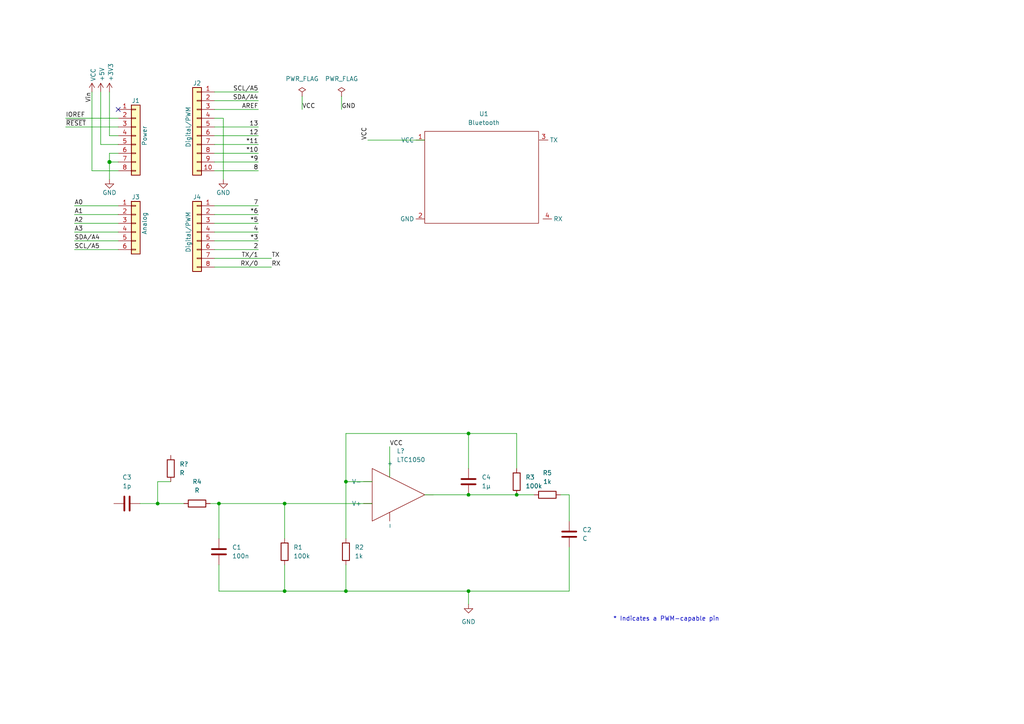
<source format=kicad_sch>
(kicad_sch (version 20211123) (generator eeschema)
  (paper "A4")
  (title_block (date "mar. 31 mars 2015"))
  (lib_symbols
    (symbol "Connector_Generic:Conn_01x06" (pin_names (offset 1.016) hide)
      (property "Reference" "J" (at 0 7.62 0))
      (property "Value" "Conn_01x06" (at 0 -10.16 0))
      (symbol "Conn_01x06_1_1"
        (rectangle (start -1.27 -7.493) (end 0 -7.747) (stroke (width 0.1524)))
        (rectangle (start -1.27 -4.953) (end 0 -5.207) (stroke (width 0.1524)))
        (rectangle (start -1.27 -2.413) (end 0 -2.667) (stroke (width 0.1524)))
        (rectangle (start -1.27 0.127) (end 0 -0.127) (stroke (width 0.1524)))
        (rectangle (start -1.27 2.667) (end 0 2.413) (stroke (width 0.1524)))
        (rectangle (start -1.27 5.207) (end 0 4.953) (stroke (width 0.1524)))
        (rectangle (start -1.27 6.35) (end 1.27 -8.89) (stroke (width 0.254)) (fill (type background)))
        (pin passive line (at -5.08 5.08 0) (length 3.81) (name "Pin_1") (number "1"))
        (pin passive line (at -5.08 2.54 0) (length 3.81) (name "Pin_2") (number "2"))
        (pin passive line (at -5.08 0 0) (length 3.81) (name "Pin_3") (number "3"))
        (pin passive line (at -5.08 -2.54 0) (length 3.81) (name "Pin_4") (number "4"))
        (pin passive line (at -5.08 -5.08 0) (length 3.81) (name "Pin_5") (number "5"))
        (pin passive line (at -5.08 -7.62 0) (length 3.81) (name "Pin_6") (number "6"))
      )
    )
    (symbol "Connector_Generic:Conn_01x08" (pin_names (offset 1.016) hide)
      (property "Reference" "J" (at 0 10.16 0))
      (property "Value" "Conn_01x08" (at 0 -12.7 0))
      (symbol "Conn_01x08_1_1"
        (rectangle (start -1.27 -10.033) (end 0 -10.287) (stroke (width 0.1524)))
        (rectangle (start -1.27 -7.493) (end 0 -7.747) (stroke (width 0.1524)))
        (rectangle (start -1.27 -4.953) (end 0 -5.207) (stroke (width 0.1524)))
        (rectangle (start -1.27 -2.413) (end 0 -2.667) (stroke (width 0.1524)))
        (rectangle (start -1.27 0.127) (end 0 -0.127) (stroke (width 0.1524)))
        (rectangle (start -1.27 2.667) (end 0 2.413) (stroke (width 0.1524)))
        (rectangle (start -1.27 5.207) (end 0 4.953) (stroke (width 0.1524)))
        (rectangle (start -1.27 7.747) (end 0 7.493) (stroke (width 0.1524)))
        (rectangle (start -1.27 8.89) (end 1.27 -11.43) (stroke (width 0.254)) (fill (type background)))
        (pin passive line (at -5.08 7.62 0) (length 3.81) (name "Pin_1") (number "1"))
        (pin passive line (at -5.08 5.08 0) (length 3.81) (name "Pin_2") (number "2"))
        (pin passive line (at -5.08 2.54 0) (length 3.81) (name "Pin_3") (number "3"))
        (pin passive line (at -5.08 0 0) (length 3.81) (name "Pin_4") (number "4"))
        (pin passive line (at -5.08 -2.54 0) (length 3.81) (name "Pin_5") (number "5"))
        (pin passive line (at -5.08 -5.08 0) (length 3.81) (name "Pin_6") (number "6"))
        (pin passive line (at -5.08 -7.62 0) (length 3.81) (name "Pin_7") (number "7"))
        (pin passive line (at -5.08 -10.16 0) (length 3.81) (name "Pin_8") (number "8"))
      )
    )
    (symbol "Connector_Generic:Conn_01x10" (pin_names (offset 1.016) hide)
      (property "Reference" "J" (at 0 12.7 0))
      (property "Value" "Conn_01x10" (at 0 -15.24 0))
      (symbol "Conn_01x10_1_1"
        (rectangle (start -1.27 -12.573) (end 0 -12.827) (stroke (width 0.1524)))
        (rectangle (start -1.27 -10.033) (end 0 -10.287) (stroke (width 0.1524)))
        (rectangle (start -1.27 -7.493) (end 0 -7.747) (stroke (width 0.1524)))
        (rectangle (start -1.27 -4.953) (end 0 -5.207) (stroke (width 0.1524)))
        (rectangle (start -1.27 -2.413) (end 0 -2.667) (stroke (width 0.1524)))
        (rectangle (start -1.27 0.127) (end 0 -0.127) (stroke (width 0.1524)))
        (rectangle (start -1.27 2.667) (end 0 2.413) (stroke (width 0.1524)))
        (rectangle (start -1.27 5.207) (end 0 4.953) (stroke (width 0.1524)))
        (rectangle (start -1.27 7.747) (end 0 7.493) (stroke (width 0.1524)))
        (rectangle (start -1.27 10.287) (end 0 10.033) (stroke (width 0.1524)))
        (rectangle (start -1.27 11.43) (end 1.27 -13.97) (stroke (width 0.254)) (fill (type background)))
        (pin passive line (at -5.08 10.16 0) (length 3.81) (name "Pin_1") (number "1"))
        (pin passive line (at -5.08 -12.7 0) (length 3.81) (name "Pin_10") (number "10"))
        (pin passive line (at -5.08 7.62 0) (length 3.81) (name "Pin_2") (number "2"))
        (pin passive line (at -5.08 5.08 0) (length 3.81) (name "Pin_3") (number "3"))
        (pin passive line (at -5.08 2.54 0) (length 3.81) (name "Pin_4") (number "4"))
        (pin passive line (at -5.08 0 0) (length 3.81) (name "Pin_5") (number "5"))
        (pin passive line (at -5.08 -2.54 0) (length 3.81) (name "Pin_6") (number "6"))
        (pin passive line (at -5.08 -5.08 0) (length 3.81) (name "Pin_7") (number "7"))
        (pin passive line (at -5.08 -7.62 0) (length 3.81) (name "Pin_8") (number "8"))
        (pin passive line (at -5.08 -10.16 0) (length 3.81) (name "Pin_9") (number "9"))
      )
    )
    (symbol "Device:C" (pin_numbers hide) (pin_names (offset 0.254))
      (property "Reference" "C" (at 0.635 2.54 0))
      (property "Value" "C" (at 0.635 -2.54 0))
      (symbol "C_0_1"
        (polyline (pts (xy -2.032 -0.762) (xy 2.032 -0.762)) (stroke (width 0.508)))
        (polyline (pts (xy -2.032 0.762) (xy 2.032 0.762)) (stroke (width 0.508)))
      )
      (symbol "C_1_1"
        (pin passive line (at 0 3.81 270) (length 2.794) (name "~") (number "1"))
        (pin passive line (at 0 -3.81 90) (length 2.794) (name "~") (number "2"))
      )
    )
    (symbol "Device:R" (pin_numbers hide) (pin_names (offset 0))
      (property "Reference" "R" (at 2.032 0 90))
      (property "Value" "R" (at 0 0 90))
      (symbol "R_0_1"
        (rectangle (start -1.016 -2.54) (end 1.016 2.54) (stroke (width 0.254)))
      )
      (symbol "R_1_1"
        (pin passive line (at 0 3.81 270) (length 1.27) (name "~") (number "1"))
        (pin passive line (at 0 -3.81 90) (length 1.27) (name "~") (number "2"))
      )
    )
    (symbol "LTC1050:LTC1050"
      (property "Reference" "L" (at 0 0 0))
      (property "Value" "LTC1050" (at 0 0 0))
      (symbol "LTC1050_0_1"
        (polyline (pts (xy -3.81 -8.89) (xy -3.81 -24.13) (xy 11.43 -16.51) (xy -3.81 -8.89)))
      )
      (symbol "LTC1050_1_1"
        (pin bidirectional line (at 11.43 -16.51 0) (length 2.54) (name "") (number ""))
        (pin bidirectional line (at 1.27 -11.43 90) (length 2.54) (name "+") (number ""))
        (pin bidirectional line (at 1.27 -21.59 270) (length 2.54) (name "-") (number ""))
        (pin bidirectional line (at -3.81 -19.05 180) (length 2.54) (name "V+") (number ""))
        (pin bidirectional line (at -3.81 -12.7 180) (length 2.54) (name "V-") (number ""))
      )
    )
    (symbol "Librairie_Capteur_Graphite:Bluetooth"
      (property "Reference" "U" (at 0 0 0))
      (property "Value" "Bluetooth" (at 0 6.35 0))
      (symbol "Bluetooth_0_1"
        (rectangle (start -16.51 15.24) (end 16.51 -11.43))
      )
      (symbol "Bluetooth_1_1"
        (pin bidirectional line (at -16.51 12.7 180) (length 2.54) (name "VCC") (number "1"))
        (pin bidirectional line (at -16.51 -10.16 180) (length 2.54) (name "GND") (number "2"))
        (pin bidirectional line (at 16.7115 12.7206 0) (length 2.54) (name "TX") (number "3"))
        (pin bidirectional line (at 17.78 -10.16 0) (length 2.54) (name "RX") (number "4"))
      )
    )
    (symbol "power:+3V3" (power) (pin_names (offset 0))
      (property "Value" "+3V3" (at 0 3.556 0))
      (symbol "+3V3_0_1"
        (polyline (pts (xy -0.762 1.27) (xy 0 2.54)))
        (polyline (pts (xy 0 0) (xy 0 2.54)))
        (polyline (pts (xy 0 2.54) (xy 0.762 1.27)))
      )
      (symbol "+3V3_1_1"
        (pin power_in line (at 0 0 90) (length 0) hide (name "+3V3") (number "1"))
      )
    )
    (symbol "power:+5V" (power) (pin_names (offset 0))
      (property "Value" "+5V" (at 0 3.556 0))
      (symbol "+5V_0_1"
        (polyline (pts (xy -0.762 1.27) (xy 0 2.54)))
        (polyline (pts (xy 0 0) (xy 0 2.54)))
        (polyline (pts (xy 0 2.54) (xy 0.762 1.27)))
      )
      (symbol "+5V_1_1"
        (pin power_in line (at 0 0 90) (length 0) hide (name "+5V") (number "1"))
      )
    )
    (symbol "power:GND" (power) (pin_names (offset 0))
      (property "Value" "GND" (at 0 -3.81 0))
      (symbol "GND_0_1"
        (polyline (pts (xy 0 0) (xy 0 -1.27) (xy 1.27 -1.27) (xy 0 -2.54) (xy -1.27 -1.27) (xy 0 -1.27)))
      )
      (symbol "GND_1_1"
        (pin power_in line (at 0 0 270) (length 0) hide (name "GND") (number "1"))
      )
    )
    (symbol "power:PWR_FLAG" (power) (pin_numbers hide) (pin_names (offset 0) hide)
      (property "Value" "PWR_FLAG" (at 0 3.81 0))
      (symbol "PWR_FLAG_0_0"
        (pin power_out line (at 0 0 90) (length 0) (name "pwr") (number "1"))
      )
      (symbol "PWR_FLAG_0_1"
        (polyline (pts (xy 0 0) (xy 0 1.27) (xy -1.016 1.905) (xy 0 2.54) (xy 1.016 1.905) (xy 0 1.27)))
      )
    )
    (symbol "power:VCC" (power) (pin_names (offset 0))
      (property "Value" "VCC" (at 0 3.81 0))
      (symbol "VCC_0_1"
        (polyline (pts (xy -0.762 1.27) (xy 0 2.54)))
        (polyline (pts (xy 0 0) (xy 0 2.54)))
        (polyline (pts (xy 0 2.54) (xy 0.762 1.27)))
      )
      (symbol "VCC_1_1"
        (pin power_in line (at 0 0 90) (length 0) hide (name "VCC") (number "1"))
      )
    )
  )
  (junction (at 135.89 143.51))
  (junction (at 82.55 171.45))
  (junction (at 31.75 46.99) (diameter 1.016))
  (junction (at 135.89 171.45))
  (junction (at 82.55 146.05))
  (junction (at 63.5 146.05))
  (junction (at 149.86 143.51))
  (junction (at 45.72 146.05))
  (junction (at 100.33 171.45))
  (junction (at 135.89 125.73))
  (junction (at 100.33 139.7))
  (no_connect (at 34.29 31.75))
  (wire (pts (xy 62.23 77.47) (xy 78.74 77.47)))
  (wire (pts (xy 60.96 146.05) (xy 63.5 146.05)))
  (wire (pts (xy 82.55 163.83) (xy 82.55 171.45)))
  (wire (pts (xy 87.63 27.94) (xy 87.63 31.75)))
  (wire (pts (xy 62.23 44.45) (xy 74.93 44.45)))
  (wire (pts (xy 100.33 163.83) (xy 100.33 171.45)))
  (wire (pts (xy 82.55 146.05) (xy 107.95 146.05)))
  (wire (pts (xy 62.23 26.67) (xy 74.93 26.67)))
  (wire (pts (xy 49.53 139.7) (xy 45.72 139.7)))
  (wire (pts (xy 100.33 171.45) (xy 82.55 171.45)))
  (wire (pts (xy 31.75 44.45) (xy 31.75 46.99)))
  (wire (pts (xy 21.59 72.39) (xy 34.29 72.39)))
  (wire (pts (xy 31.75 46.99) (xy 31.75 52.07)))
  (wire (pts (xy 31.75 39.37) (xy 34.29 39.37)))
  (wire (pts (xy 29.21 41.91) (xy 34.29 41.91)))
  (wire (pts (xy 29.21 26.67) (xy 29.21 41.91)))
  (wire (pts (xy 82.55 171.45) (xy 63.5 171.45)))
  (wire (pts (xy 135.89 125.73) (xy 135.89 135.89)))
  (wire (pts (xy 62.23 36.83) (xy 74.93 36.83)))
  (wire (pts (xy 31.75 26.67) (xy 31.75 39.37)))
  (wire (pts (xy 62.23 59.69) (xy 74.93 59.69)))
  (wire (pts (xy 34.29 59.69) (xy 21.59 59.69)))
  (wire (pts (xy 62.23 39.37) (xy 74.93 39.37)))
  (wire (pts (xy 100.33 139.7) (xy 100.33 156.21)))
  (wire (pts (xy 62.23 62.23) (xy 74.93 62.23)))
  (wire (pts (xy 113.03 129.54) (xy 113.03 138.43)))
  (wire (pts (xy 63.5 146.05) (xy 63.5 156.21)))
  (wire (pts (xy 82.55 146.05) (xy 82.55 156.21)))
  (wire (pts (xy 62.23 46.99) (xy 74.93 46.99)))
  (wire (pts (xy 135.89 171.45) (xy 135.89 175.26)))
  (wire (pts (xy 62.23 67.31) (xy 74.93 67.31)))
  (wire (pts (xy 165.1 143.51) (xy 165.1 151.13)))
  (wire (pts (xy 19.05 34.29) (xy 34.29 34.29)))
  (wire (pts (xy 64.77 34.29) (xy 64.77 52.07)))
  (wire (pts (xy 62.23 31.75) (xy 74.93 31.75)))
  (wire (pts (xy 40.64 146.05) (xy 45.72 146.05)))
  (wire (pts (xy 165.1 158.75) (xy 165.1 171.45)))
  (wire (pts (xy 34.29 64.77) (xy 21.59 64.77)))
  (wire (pts (xy 19.05 36.83) (xy 34.29 36.83)))
  (wire (pts (xy 34.29 46.99) (xy 31.75 46.99)))
  (wire (pts (xy 100.33 139.7) (xy 100.33 125.73)))
  (wire (pts (xy 34.29 49.53) (xy 26.67 49.53)))
  (wire (pts (xy 123.19 143.51) (xy 135.89 143.51)))
  (wire (pts (xy 107.95 139.7) (xy 100.33 139.7)))
  (wire (pts (xy 21.59 62.23) (xy 34.29 62.23)))
  (wire (pts (xy 45.72 139.7) (xy 45.72 146.05)))
  (wire (pts (xy 106.68 40.64) (xy 123.19 40.64)))
  (wire (pts (xy 135.89 171.45) (xy 100.33 171.45)))
  (wire (pts (xy 62.23 34.29) (xy 64.77 34.29)))
  (wire (pts (xy 34.29 44.45) (xy 31.75 44.45)))
  (wire (pts (xy 165.1 171.45) (xy 135.89 171.45)))
  (wire (pts (xy 45.72 146.05) (xy 53.34 146.05)))
  (wire (pts (xy 62.23 41.91) (xy 74.93 41.91)))
  (wire (pts (xy 63.5 171.45) (xy 63.5 163.83)))
  (wire (pts (xy 100.33 125.73) (xy 135.89 125.73)))
  (wire (pts (xy 62.23 64.77) (xy 74.93 64.77)))
  (wire (pts (xy 63.5 146.05) (xy 82.55 146.05)))
  (wire (pts (xy 21.59 67.31) (xy 34.29 67.31)))
  (wire (pts (xy 135.89 125.73) (xy 149.86 125.73)))
  (wire (pts (xy 99.06 27.94) (xy 99.06 31.75)))
  (wire (pts (xy 149.86 125.73) (xy 149.86 135.89)))
  (wire (pts (xy 162.56 143.51) (xy 165.1 143.51)))
  (wire (pts (xy 135.89 143.51) (xy 149.86 143.51)))
  (wire (pts (xy 62.23 29.21) (xy 74.93 29.21)))
  (wire (pts (xy 62.23 72.39) (xy 74.93 72.39)))
  (wire (pts (xy 149.86 143.51) (xy 154.94 143.51)))
  (wire (pts (xy 62.23 69.85) (xy 74.93 69.85)))
  (wire (pts (xy 62.23 74.93) (xy 78.74 74.93)))
  (wire (pts (xy 26.67 49.53) (xy 26.67 26.67)))
  (wire (pts (xy 34.29 69.85) (xy 21.59 69.85)))
  (wire (pts (xy 62.23 49.53) (xy 74.93 49.53)))
  (text "* Indicates a PWM-capable pin" (at 177.8 180.34 0) (effects (font (size 1.27 1.27)) (justify left bottom)))
  (label "RX{slash}0" (at 74.93 77.47 180))
  (label "A2" (at 21.59 64.77 0))
  (label "4" (at 74.93 67.31 180))
  (label "RX" (at 78.74 77.47 0))
  (label "2" (at 74.93 72.39 180))
  (label "A3" (at 21.59 67.31 0))
  (label "13" (at 74.93 36.83 180))
  (label "12" (at 74.93 39.37 180))
  (label "~{RESET}" (at 19.05 36.83 0))
  (label "VCC" (at 106.68 40.64 90))
  (label "*10" (at 74.93 44.45 180))
  (label "VCC" (at 87.63 31.75 0))
  (label "TX" (at 78.74 74.93 0))
  (label "7" (at 74.93 59.69 180))
  (label "SDA{slash}A4" (at 74.93 29.21 180))
  (label "8" (at 74.93 49.53 180))
  (label "*11" (at 74.93 41.91 180))
  (label "*3" (at 74.93 69.85 180))
  (label "A1" (at 21.59 62.23 0))
  (label "TX{slash}1" (at 74.93 74.93 180))
  (label "A0" (at 21.59 59.69 0))
  (label "GND" (at 99.06 31.75 0))
  (label "AREF" (at 74.93 31.75 180))
  (label "Vin" (at 26.67 26.67 270))
  (label "*6" (at 74.93 62.23 180))
  (label "SCL{slash}A5" (at 74.93 26.67 180))
  (label "*9" (at 74.93 46.99 180))
  (label "*5" (at 74.93 64.77 180))
  (label "IOREF" (at 19.05 34.29 0))
  (label "VCC" (at 113.03 129.54 0))
  (label "SDA{slash}A4" (at 21.59 69.85 0))
  (label "SCL{slash}A5" (at 21.59 72.39 0))
  (symbol (lib_id "Connector_Generic:Conn_01x08") (at 39.37 39.37 0) (unit 1)
    (property "Reference" "J1" (at 39.37 29.21 0))
    (property "Value" "Power" (at 41.91 39.37 90))
    (property "Footprint" "Connector_PinSocket_2.54mm:PinSocket_1x08_P2.54mm_Vertical" (effects hide))
  )
  (symbol (lib_id "power:+3V3") (at 31.75 26.67 0) (unit 1)
    (property "Reference" "#PWR03" (effects hide))
    (property "Value" "+3.3V" (at 32.131 23.622 90) (effects (justify left)))
  )
  (symbol (lib_id "power:+5V") (at 29.21 26.67 0) (unit 1)
    (property "Reference" "#PWR02" (effects hide))
    (property "Value" "+5V" (at 29.5656 23.622 90) (effects (justify left)))
  )
  (symbol (lib_id "power:GND") (at 31.75 52.07 0) (unit 1)
    (property "Reference" "#PWR04" (effects hide))
    (property "Value" "GND" (at 31.75 55.88 0))
  )
  (symbol (lib_id "Connector_Generic:Conn_01x10") (at 57.15 36.83 0) (mirror y) (unit 1)
    (property "Reference" "J2" (at 57.15 24.13 0))
    (property "Value" "Digital/PWM" (at 54.61 36.83 90))
    (property "Footprint" "Connector_PinSocket_2.54mm:PinSocket_1x10_P2.54mm_Vertical" (effects hide))
  )
  (symbol (lib_id "power:GND") (at 64.77 52.07 0) (unit 1)
    (property "Reference" "#PWR05" (effects hide))
    (property "Value" "GND" (at 64.77 55.88 0))
  )
  (symbol (lib_id "Connector_Generic:Conn_01x06") (at 39.37 64.77 0) (unit 1)
    (property "Reference" "J3" (at 39.37 57.15 0))
    (property "Value" "Analog" (at 41.91 64.77 90))
    (property "Footprint" "Connector_PinSocket_2.54mm:PinSocket_1x06_P2.54mm_Vertical" (effects hide))
  )
  (symbol (lib_id "Connector_Generic:Conn_01x08") (at 57.15 67.31 0) (mirror y) (unit 1)
    (property "Reference" "J4" (at 57.15 57.15 0))
    (property "Value" "Digital/PWM" (at 54.61 67.31 90))
    (property "Footprint" "Connector_PinSocket_2.54mm:PinSocket_1x08_P2.54mm_Vertical" (effects hide))
  )
  (symbol (lib_id "Device:R") (at 149.86 139.7 180) (unit 1)
    (property "Reference" "R3" (at 152.4 138.4299 0) (effects (justify right)))
    (property "Value" "100k" (at 152.4 140.9699 0) (effects (justify right)))
  )
  (symbol (lib_id "power:PWR_FLAG") (at 99.06 27.94 0) (unit 1)
    (property "Reference" "#FLG0102" (effects hide))
    (property "Value" "PWR_FLAG" (at 99.06 22.86 0))
  )
  (symbol (lib_id "Device:R") (at 82.55 160.02 0) (unit 1)
    (property "Reference" "R1" (at 85.09 158.7499 0) (effects (justify left)))
    (property "Value" "100k" (at 85.09 161.2899 0) (effects (justify left)))
  )
  (symbol (lib_id "power:VCC") (at 26.67 26.67 0) (unit 1)
    (property "Reference" "#PWR01" (effects hide))
    (property "Value" "VCC" (at 27.051 23.622 90) (effects (justify left)))
  )
  (symbol (lib_id "Device:R") (at 57.15 146.05 270) (unit 1)
    (property "Reference" "R4" (at 57.15 139.7 90))
    (property "Value" "R" (at 57.15 142.24 90))
  )
  (symbol (lib_id "Device:R") (at 158.75 143.51 270) (unit 1)
    (property "Reference" "R5" (at 158.75 137.16 90))
    (property "Value" "1k" (at 158.75 139.7 90))
  )
  (symbol (lib_id "Device:C") (at 63.5 160.02 0) (unit 1)
    (property "Reference" "C1" (at 67.31 158.7499 0) (effects (justify left)))
    (property "Value" "100n" (at 67.31 161.2899 0) (effects (justify left)))
  )
  (symbol (lib_id "Device:C") (at 36.83 146.05 270) (unit 1)
    (property "Reference" "C3" (at 36.83 138.43 90))
    (property "Value" "1p" (at 36.83 140.97 90))
  )
  (symbol (lib_id "Device:R") (at 49.53 135.89 0) (unit 1)
    (property "Reference" "R?" (at 52.07 134.6199 0) (effects (justify left)))
    (property "Value" "R" (at 52.07 137.1599 0) (effects (justify left)))
  )
  (symbol (lib_id "Device:R") (at 100.33 160.02 0) (unit 1)
    (property "Reference" "R2" (at 102.87 158.7499 0) (effects (justify left)))
    (property "Value" "1k" (at 102.87 161.2899 0) (effects (justify left)))
  )
  (symbol (lib_id "Device:C") (at 135.89 139.7 0) (unit 1)
    (property "Reference" "C4" (at 139.7 138.4299 0) (effects (justify left)))
    (property "Value" "1µ" (at 139.7 140.9699 0) (effects (justify left)))
  )
  (symbol (lib_id "LTC1050:LTC1050") (at 111.76 127 0) (unit 1)
    (property "Reference" "L?" (at 115.0494 130.81 0) (effects (justify left)))
    (property "Value" "LTC1050" (at 115.0494 133.35 0) (effects (justify left)))
  )
  (symbol (lib_id "Librairie_Capteur_Graphite:Bluetooth") (at 139.7 53.34 0) (unit 1)
    (property "Reference" "U1" (at 140.335 33.02 0))
    (property "Value" "Bluetooth" (at 140.335 35.56 0))
    (property "Footprint" "Library:Bluetooth" (effects hide))
  )
  (symbol (lib_id "Device:C") (at 165.1 154.94 0) (unit 1)
    (property "Reference" "C2" (at 168.91 153.6699 0) (effects (justify left)))
    (property "Value" "C" (at 168.91 156.2099 0) (effects (justify left)))
  )
  (symbol (lib_id "power:GND") (at 135.89 175.26 0) (unit 1)
    (property "Reference" "#PWR?" (effects hide))
    (property "Value" "GND" (at 135.89 180.34 0))
  )
  (symbol (lib_id "power:PWR_FLAG") (at 87.63 27.94 0) (unit 1)
    (property "Reference" "#FLG0101" (effects hide))
    (property "Value" "PWR_FLAG" (at 87.63 22.86 0))
  )
)
</source>
